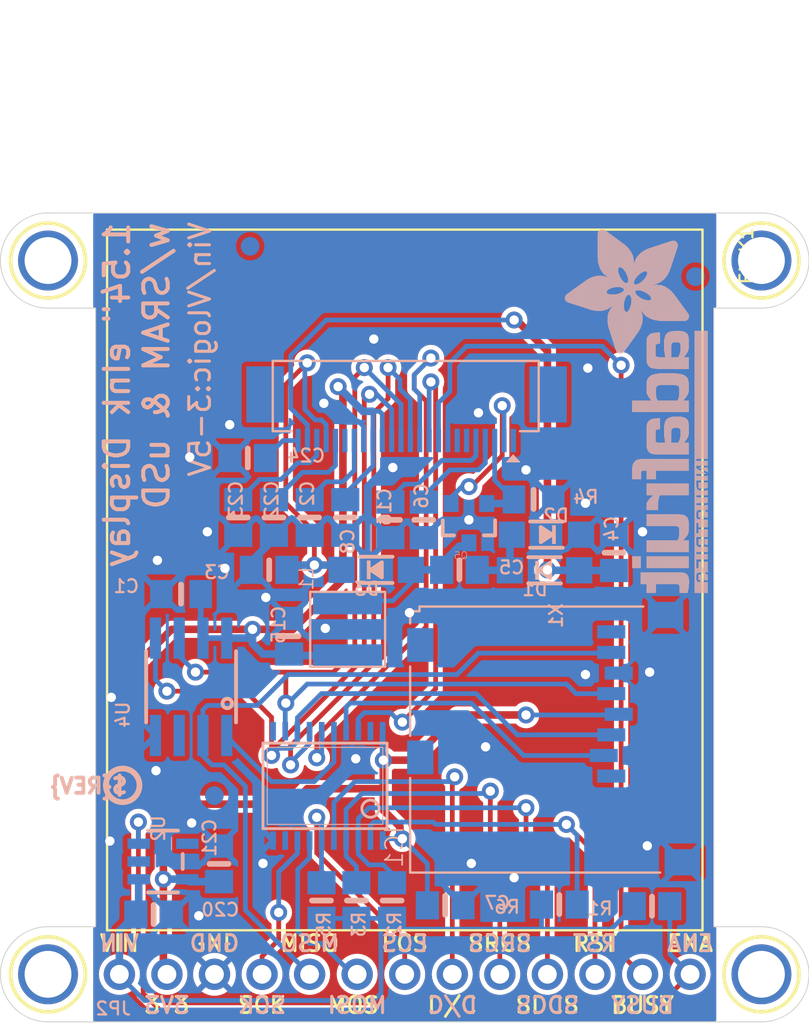
<source format=kicad_pcb>
(kicad_pcb (version 20221018) (generator pcbnew)
  (layers (0 "F.Cu" signal) (31 "B.Cu" signal) (34 "B.Paste" user) (35 "F.Paste" user) (36 "B.SilkS" user "B.Silkscreen") (37 "F.SilkS" user "F.Silkscreen") (38 "B.Mask" user) (39 "F.Mask" user) (44 "Edge.Cuts" user))
  (net 0 "")
  (net 1 "GND")
  (net 2 "3.3V")
  (net 3 "VGH")
  (net 4 "VGL")
  (net 5 "VIN")
  (net 6 "SCLK_3V")
  (net 7 "MOSI_3V")
  (net 8 "DISPCS_3V")
  (net 9 "SRAMCS_3V")
  (net 10 "RESET_3V")
  (net 11 "MISO")
  (net 12 "BUSY")
  (net 13 "RESET")
  (net 14 "SCLK")
  (net 15 "DISPCS")
  (net 16 "SRAMCS")
  (net 17 "SDCS_3V")
  (net 18 "SDCS")
  (net 19 "GDR")
  (net 20 "RESE")
  (net 21 "N$4")
  (net 22 "N$5")
  (net 23 "N$6")
  (net 24 "N$27")
  (net 25 "N$33")
  (net 26 "DC_3V")
  (net 27 "N$2")
  (net 28 "N$3")
  (net 29 "DC")
  (net 30 "MOSI")
  (net 31 "TSCL")
  (net 32 "TSDA")
  (net 33 "ENABLE")
  (net 34 "N$9")
  (footprint "working:EINK_154IN" (layer "F.Cu") (at 162.3041 92.0026 -90)
    (fp_text reference "EINK1")
    (fp_text value "EINK_EPD0231EINK_154IN_200X200")
  )
  (footprint "working:MOUNTINGHOLE_2.5_PLATED" (layer "F.Cu") (at 167.5511 124.0536)
    (fp_text reference "U$4" hide)
    (fp_text value "MOUNTINGHOLE2.5" hide)
  )
  (footprint "working:MOUNTINGHOLE_2.5_PLATED" (layer "F.Cu") (at 129.4511 124.0536)
    (fp_text reference "U$3" hide)
    (fp_text value "MOUNTINGHOLE2.5" hide)
  )
  (footprint "working:MOUNTINGHOLE_2.5_PLATED" (layer "F.Cu") (at 167.5511 85.9536)
    (fp_text reference "U$6" hide)
    (fp_text value "MOUNTINGHOLE2.5" hide)
  )
  (footprint "working:MOUNTINGHOLE_2.5_PLATED" (layer "F.Cu") (at 129.4511 85.9536)
    (fp_text reference "U$5" hide)
    (fp_text value "MOUNTINGHOLE2.5" hide)
  )
  (footprint "working:SOD-123" (layer "B.Cu") (at 146.9771 102.4636)
    (fp_text reference "D3")
    (fp_text value "MBR0530")
  )
  (footprint "working:0805-NO" (layer "B.Cu") (at 159.6771 101.5492 90)
    (fp_text reference "C4")
    (fp_text value "1uF/25V")
  )
  (footprint "working:FIDUCIAL_1MM" (layer "B.Cu") (at 140.2461 85.1916 180)
    (fp_text reference "FID3" hide)
    (fp_text value "FIDUCIAL_1MM" hide)
  )
  (footprint "working:0805-NO" (layer "B.Cu") (at 140.1191 96.4946)
    (fp_text reference "C24")
    (fp_text value "1uF/6V")
  )
  (footprint "working:TSSOP20" (layer "B.Cu") (at 144.2447 113.9952 180)
    (fp_text reference "IC1")
    (fp_text value "74LVC245PW")
  )
  (footprint "working:1X13_ROUND_70" (layer "B.Cu") (at 148.5011 124.0536)
    (fp_text reference "JP2")
    (fp_text value "")
  )
  (footprint "working:ADAFRUIT_TEXT_20MM" (layer "B.Cu") (at 164.6751 84.1286 -90)
    (fp_text reference "U$28" hide)
    (fp_text value "" hide)
  )
  (footprint "working:0805-NO" (layer "B.Cu") (at 145.9211 120.1166 -90)
    (fp_text reference "R3")
    (fp_text value "100K")
  )
  (footprint "working:0805-NO" (layer "B.Cu") (at 141.2621 102.4636 180)
    (fp_text reference "C3")
    (fp_text value "1uF/25V")
  )
  (footprint "working:SOT23-5" (layer "B.Cu") (at 135.5931 118.0326 90)
    (fp_text reference "U2")
    (fp_text value "MIC5225-3.3")
  )
  (footprint "working:0805-NO" (layer "B.Cu") (at 141.5161 99.6696 90)
    (fp_text reference "C22")
    (fp_text value "1uF/25V")
  )
  (footprint "working:INDUCTOR_4X4MM_NR401" (layer "B.Cu") (at 145.4531 105.6386 -90)
    (fp_text reference "L1")
    (fp_text value "10uH")
  )
  (footprint "working:0805-NO" (layer "B.Cu") (at 149.5171 99.7966 90)
    (fp_text reference "C6")
    (fp_text value "1uF/10V")
  )
  (footprint "working:0805_10MGAP" (layer "B.Cu") (at 155.3845 98.7044)
    (fp_text reference "R4")
    (fp_text value "0.47ohm")
  )
  (footprint "working:0805-NO" (layer "B.Cu") (at 147.7391 99.7966 90)
    (fp_text reference "C16")
    (fp_text value "1uF/25V")
  )
  (footprint "working:0805-NO" (layer "B.Cu") (at 147.8261 120.1166 -90)
    (fp_text reference "R2")
    (fp_text value "100K")
  )
  (footprint "working:0805-NO" (layer "B.Cu") (at 156.7561 120.3306 180)
    (fp_text reference "R6")
    (fp_text value "100K")
  )
  (footprint "working:0805-NO" (layer "B.Cu") (at 144.0561 120.1166 -90)
    (fp_text reference "R5")
    (fp_text value "100K")
  )
  (footprint "working:0805-NO" (layer "B.Cu") (at 151.4221 102.4636)
    (fp_text reference "C5")
    (fp_text value "4.7uF/25V")
  )
  (footprint "working:PCBFEAT-REV-040" (layer "B.Cu") (at 133.4371 113.9676 180)
    (fp_text reference "U$9" hide)
    (fp_text value "" hide)
  )
  (footprint "working:0805-NO" (layer "B.Cu") (at 142.3249 106.0078 -90)
    (fp_text reference "C15")
    (fp_text value "10uF/10V+")
  )
  (footprint "working:0805-NO" (layer "B.Cu") (at 143.4211 99.6696 90)
    (fp_text reference "C2")
    (fp_text value "1uF/10V")
  )
  (footprint "working:0805-NO" (layer "B.Cu") (at 139.6111 99.6696 90)
    (fp_text reference "C23")
    (fp_text value "1uF/25V")
  )
  (footprint "working:0805-NO" (layer "B.Cu") (at 161.7091 120.4176 180)
    (fp_text reference "R1")
    (fp_text value "100K")
  )
  (footprint "working:0805_10MGAP" (layer "B.Cu") (at 136.5539 103.7602 180)
    (fp_text reference "C1")
    (fp_text value "1uF")
  )
  (footprint "working:SOT23-3" (layer "B.Cu") (at 151.9301 99.9236)
    (fp_text reference "Q5")
    (fp_text value "IRLML0100")
  )
  (footprint "working:SOD-123" (layer "B.Cu") (at 156.0703 100.584 180)
    (fp_text reference "D2")
    (fp_text value "MBR0530")
  )
  (footprint "working:MICROSD" (layer "B.Cu") (at 148.8911 104.4732 -90)
    (fp_text reference "X1")
    (fp_text value "MICROSD")
  )
  (footprint "working:FIDUCIAL_1MM" (layer "B.Cu") (at 164.0271 86.8106 180)
    (fp_text reference "FID1" hide)
    (fp_text value "FIDUCIAL_1MM" hide)
  )
  (footprint "working:0805-NO" (layer "B.Cu") (at 145.3261 99.6696 -90)
    (fp_text reference "C8")
    (fp_text value "1uF")
  )
  (footprint "working:SOD-123" (layer "B.Cu") (at 155.9687 102.489)
    (fp_text reference "D1")
    (fp_text value "MBR0530")
  )
  (footprint "working:0805-NO" (layer "B.Cu") (at 150.6601 120.3706)
    (fp_text reference "C7")
    (fp_text value "1uF")
  )
  (footprint "working:FIDUCIAL_1MM" (layer "B.Cu") (at 138.3321 114.5166 90)
    (fp_text reference "FID2" hide)
    (fp_text value "FIDUCIAL_1MM" hide)
  )
  (footprint "working:0805-NO" (layer "B.Cu") (at 135.0911 120.8616)
    (fp_text reference "C20")
    (fp_text value "10µF")
  )
  (footprint "working:SOIC8_150MIL" (layer "B.Cu") (at 137.0921 108.7066 180)
    (fp_text reference "U4")
    (fp_text value "23K640-I/SN")
  )
  (footprint "working:0805-NO" (layer "B.Cu") (at 138.5851 118.1596 90)
    (fp_text reference "C21")
    (fp_text value "10µF")
  )
  (gr_line (start 167.5511 126.5936) (end 129.4511 126.5936) (stroke (width 0.05)) (layer "Edge.Cuts"))
  (gr_arc (start 170.0911 124.0536) (mid 169.347151 125.849651) (end 167.5511 126.5936) (stroke (width 0.05)) (layer "Edge.Cuts"))
  (gr_line (start 167.5511 121.5136) (end 165.0111 121.5136) (stroke (width 0.05)) (layer "Edge.Cuts"))
  (gr_arc (start 126.911101 124.053601) (mid 127.655049 122.257549) (end 129.4511 121.5136) (stroke (width 0.05)) (layer "Edge.Cuts"))
  (gr_arc (start 167.5511 121.5136) (mid 169.347151 122.257549) (end 170.0911 124.0536) (stroke (width 0.05)) (layer "Edge.Cuts"))
  (gr_line (start 129.4511 83.4136) (end 167.5511 83.4136) (stroke (width 0.05)) (layer "Edge.Cuts"))
  (gr_line (start 165.0111 121.5136) (end 165.0111 88.4936) (stroke (width 0.05)) (layer "Edge.Cuts"))
  (gr_line (start 167.5511 88.4936) (end 165.0111 88.4936) (stroke (width 0.05)) (layer "Edge.Cuts"))
  (gr_line (start 131.9911 121.5136) (end 129.4511 121.5136) (stroke (width 0.05)) (layer "Edge.Cuts"))
  (gr_arc (start 126.9111 85.9536) (mid 127.655049 84.157548) (end 129.451101 83.413599) (stroke (width 0.05)) (layer "Edge.Cuts"))
  (gr_arc (start 170.0911 85.9536) (mid 169.347151 87.749651) (end 167.5511 88.4936) (stroke (width 0.05)) (layer "Edge.Cuts"))
  (gr_arc (start 167.5511 83.4136) (mid 169.347151 84.157549) (end 170.0911 85.9536) (stroke (width 0.05)) (layer "Edge.Cuts"))
  (gr_line (start 131.9911 88.4936) (end 129.4511 88.4936) (stroke (width 0.05)) (layer "Edge.Cuts"))
  (gr_arc (start 129.4511 126.5936) (mid 127.655049 125.849651) (end 126.911101 124.053599) (stroke (width 0.05)) (layer "Edge.Cuts"))
  (gr_line (start 131.9911 88.4936) (end 131.9911 121.5136) (stroke (width 0.05)) (layer "Edge.Cuts"))
  (gr_arc (start 129.4511 88.4936) (mid 127.655049 87.749651) (end 126.911101 85.953599) (stroke (width 0.05)) (layer "Edge.Cuts"))
  (gr_text "MISO" (at 143.4211 122.4026) (layer "B.SilkS") (effects (font (size 0.8636 0.8636) (thickness 0.1524)) (justify mirror)))
  (gr_text "ECS" (at 148.5011 122.4026) (layer "B.SilkS") (effects (font (size 0.8636 0.8636) (thickness 0.1524)) (justify mirror)))
  (gr_text "MOSI" (at 145.9611 125.7046) (layer "B.SilkS") (effects (font (size 0.8636 0.8636) (thickness 0.1524)) (justify mirror)))
  (gr_text "VIN" (at 133.2611 122.4026) (layer "B.SilkS") (effects (font (size 0.8636 0.8636) (thickness 0.1524)) (justify mirror)))
  (gr_text "RST" (at 158.6611 122.4026) (layer "B.SilkS") (effects (font (size 0.8636 0.8636) (thickness 0.1524)) (justify mirror)))
  (gr_text "1.54\" eInk Display\nw/SRAM & uSD" (at 132.3721 83.7946 -270) (layer "B.SilkS") (effects (font (size 1.31064 1.31064) (thickness 0.21336)) (justify left top mirror)))
  (gr_text "SDCS" (at 156.1211 125.7046) (layer "B.SilkS") (effects (font (size 0.8636 0.8636) (thickness 0.1524)) (justify mirror)))
  (gr_text "SCK" (at 140.8811 125.7046) (layer "B.SilkS") (effects (font (size 0.8636 0.8636) (thickness 0.1524)) (justify mirror)))
  (gr_text "Vin/Vlogic:3-5V" (at 138.2141 83.7946 -270) (layer "B.SilkS") (effects (font (size 1.1049 1.1049) (thickness 0.1651)) (justify left bottom mirror)))
  (gr_text "3V3" (at 135.8011 125.7046) (layer "B.SilkS") (effects (font (size 0.8636 0.8636) (thickness 0.1524)) (justify mirror)))
  (gr_text "SRCS" (at 153.5811 122.4026) (layer "B.SilkS") (effects (font (size 0.8636 0.8636) (thickness 0.1524)) (justify mirror)))
  (gr_text "D/C" (at 151.0411 125.7046) (layer "B.SilkS") (effects (font (size 0.8636 0.8636) (thickness 0.1524)) (justify mirror)))
  (gr_text "ENA" (at 163.7411 122.4026) (layer "B.SilkS") (effects (font (size 0.8636 0.8636) (thickness 0.1524)) (justify mirror)))
  (gr_text "BUSY" (at 161.2011 125.7046) (layer "B.SilkS") (effects (font (size 0.8636 0.8636) (thickness 0.1524)) (justify mirror)))
  (gr_text "GND" (at 138.3411 122.4026) (layer "B.SilkS") (effects (font (size 0.8636 0.8636) (thickness 0.1524)) (justify mirror)))
  (gr_text "MOSI" (at 145.9611 125.7046) (layer "F.SilkS") (effects (font (size 0.8636 0.8636) (thickness 0.1524))))
  (gr_text "SRCS" (at 153.5811 122.4026) (layer "F.SilkS") (effects (font (size 0.8636 0.8636) (thickness 0.1524))))
  (gr_text "SCK" (at 140.8811 125.7046) (layer "F.SilkS") (effects (font (size 0.8636 0.8636) (thickness 0.1524))))
  (gr_text "ENA" (at 163.7411 122.4026) (layer "F.SilkS") (effects (font (size 0.8636 0.8636) (thickness 0.1524))))
  (gr_text "BUSY" (at 161.2011 125.7046) (layer "F.SilkS") (effects (font (size 0.8636 0.8636) (thickness 0.1524))))
  (gr_text "RST" (at 158.6611 122.4026) (layer "F.SilkS") (effects (font (size 0.8636 0.8636) (thickness 0.1524))))
  (gr_text "SDCS" (at 156.1211 125.7046) (layer "F.SilkS") (effects (font (size 0.8636 0.8636) (thickness 0.1524))))
  (gr_text "D/C" (at 151.0411 125.7046) (layer "F.SilkS") (effects (font (size 0.8636 0.8636) (thickness 0.1524))))
  (gr_text "3V3" (at 135.8011 125.7046) (layer "F.SilkS") (effects (font (size 0.8636 0.8636) (thickness 0.1524))))
  (gr_text "GND" (at 138.3411 122.4026) (layer "F.SilkS") (effects (font (size 0.8636 0.8636) (thickness 0.1524))))
  (gr_text "ECS" (at 148.5011 122.4026) (layer "F.SilkS") (effects (font (size 0.8636 0.8636) (thickness 0.1524))))
  (gr_text "MISO" (at 143.4211 122.4026) (layer "F.SilkS") (effects (font (size 0.8636 0.8636) (thickness 0.1524))))
  (gr_text "VIN" (at 133.2611 122.4026) (layer "F.SilkS") (effects (font (size 0.8636 0.8636) (thickness 0.1524))))
  (via (at 158.2801 91.694) (size 0.9064) (drill 0.5) (layers "F.Cu" "B.Cu") (net 1))
  (via (at 135.2169 113.1824) (size 0.9064) (drill 0.5) (layers "F.Cu" "B.Cu") (net 1))
  (via (at 158.1531 108.0516) (size 0.9064) (drill 0.5) (layers "F.Cu" "B.Cu") (net 1))
  (via (at 141.0843 103.9368) (size 0.9064) (drill 0.5) (layers "F.Cu" "B.Cu") (net 1))
  (via (at 140.9319 118.1354) (size 0.9064) (drill 0.5) (layers "F.Cu" "B.Cu") (net 1))
  (via (at 151.9301 99.7966) (size 0.9064) (drill 0.5) (layers "F.Cu" "B.Cu") (net 1))
  (via (at 139.1539 94.7166) (size 0.9064) (drill 0.5) (layers "F.Cu" "B.Cu") (net 1))
  (via (at 144.2593 105.5878) (size 0.9064) (drill 0.5) (layers "F.Cu" "B.Cu") (net 1))
  (via (at 147.8661 97.0026) (size 0.9064) (drill 0.5) (layers "F.Cu" "B.Cu") (net 1))
  (via (at 144.1831 93.5736) (size 0.9064) (drill 0.5) (layers "F.Cu" "B.Cu") (net 1))
  (via (at 132.7531 116.9416) (size 0.9064) (drill 0.5) (layers "F.Cu" "B.Cu") (net 1))
  (via (at 154.3431 118.8974) (size 0.9064) (drill 0.5) (layers "F.Cu" "B.Cu") (net 1))
  (via (at 158.1531 98.9076) (size 0.9064) (drill 0.5) (layers "F.Cu" "B.Cu") (net 1))
  (via (at 148.7551 104.7496) (size 0.9064) (drill 0.5) (layers "F.Cu" "B.Cu") (net 1))
  (via (at 161.2011 100.4316) (size 0.9064) (drill 0.5) (layers "F.Cu" "B.Cu") (net 1))
  (via (at 161.4551 117.1956) (size 0.9064) (drill 0.5) (layers "F.Cu" "B.Cu") (net 1))
  (via (at 161.5821 107.9246) (size 0.9064) (drill 0.5) (layers "F.Cu" "B.Cu") (net 1))
  (via (at 152.8191 111.9124) (size 0.9064) (drill 0.5) (layers "F.Cu" "B.Cu") (net 1))
  (via (at 137.5029 120.9294) (size 0.9064) (drill 0.5) (layers "F.Cu" "B.Cu") (net 1))
  (via (at 146.8501 90.1446) (size 0.9064) (drill 0.5) (layers "F.Cu" "B.Cu") (net 1))
  (via (at 145.8849 112.5474) (size 0.9064) (drill 0.5) (layers "F.Cu" "B.Cu") (net 1))
  (via (at 138.8999 102.3874) (size 0.9064) (drill 0.5) (layers "F.Cu" "B.Cu") (net 1))
  (via (at 132.8293 109.2708) (size 0.9064) (drill 0.5) (layers "F.Cu" "B.Cu") (net 1))
  (via (at 137.1219 115.9764) (size 0.9064) (drill 0.5) (layers "F.Cu" "B.Cu") (net 1))
  (via (at 137.0203 96.4438) (size 0.9064) (drill 0.5) (layers "F.Cu" "B.Cu") (net 1))
  (via (at 152.4381 94.0816) (size 0.9064) (drill 0.5) (layers "F.Cu" "B.Cu") (net 1))
  (via (at 137.9601 100.4316) (size 0.9064) (drill 0.5) (layers "F.Cu" "B.Cu") (net 1))
  (via (at 152.0571 118.1354) (size 0.9064) (drill 0.5) (layers "F.Cu" "B.Cu") (net 1))
  (via (at 135.2931 101.9556) (size 0.9064) (drill 0.5) (layers "F.Cu" "B.Cu") (net 1))
  (via (at 154.9781 97.1296) (size 0.9064) (drill 0.5) (layers "F.Cu" "B.Cu") (net 1))
  (segment (start 140.3121 102.4636) (end 140.3121 102.0166) (width 0.4064) (layer "B.Cu") (net 1))
  (segment (start 146.3041 94.8056) (end 146.0881 94.5896) (width 0.254) (layer "B.Cu") (net 1))
  (segment (start 144.3101 93.5736) (end 144.1831 93.5736) (width 0.254) (layer "B.Cu") (net 1))
  (segment (start 150.8041 95.5626) (end 150.8041 94.5726) (width 0.254) (layer "B.Cu") (net 1))
  (segment (start 146.3041 95.5626) (end 146.3041 94.8056) (width 0.254) (layer "B.Cu") (net 1))
  (segment (start 150.8041 94.5726) (end 151.1681 94.2086) (width 0.254) (layer "B.Cu") (net 1))
  (segment (start 146.0881 94.5896) (end 145.3261 94.5896) (width 0.254) (layer "B.Cu") (net 1))
  (segment (start 141.1351 101.1936) (end 141.1351 100.8126) (width 0.4064) (layer "B.Cu") (net 1))
  (segment (start 145.3261 94.5896) (end 144.3101 93.5736) (width 0.254) (layer "B.Cu") (net 1))
  (segment (start 140.3121 102.0166) (end 141.1351 101.1936) (width 0.4064) (layer "B.Cu") (net 1))
  (segment (start 148.3741 116.8146) (end 148.2471 116.6876) (width 0.4064) (layer "F.Cu") (net 2))
  (segment (start 134.0231 113.3856) (end 134.0231 107.6706) (width 0.4064) (layer "F.Cu") (net 2))
  (segment (start 135.6106 118.9736) (end 135.6106 114.9731) (width 0.4064) (layer "F.Cu") (net 2))
  (segment (start 135.6106 114.9731) (end 134.0231 113.3856) (width 0.4064) (layer "F.Cu") (net 2))
  (segment (start 135.6106 123.8631) (end 135.6106 118.9736) (width 0.4064) (layer "F.Cu") (net 2))
  (segment (start 151.2951 110.2106) (end 148.8821 112.6236) (width 0.4064) (layer "F.Cu") (net 2))
  (segment (start 134.0231 107.6706) (end 136.0551 105.6386) (width 0.4064) (layer "F.Cu") (net 2))
  (segment (start 142.5321 105.6386) (end 145.1991 102.9716) (width 0.4064) (layer "F.Cu") (net 2))
  (segment (start 148.8821 112.6236) (end 147.3581 112.6236) (width 0.4064) (layer "F.Cu") (net 2))
  (segment (start 140.3731 105.6386) (end 142.5321 105.6386) (width 0.4064) (layer "F.Cu") (net 2))
  (segment (start 148.2471 116.6876) (end 148.2471 116.1796) (width 0.4064) (layer "F.Cu") (net 2))
  (segment (start 151.2951 110.2106) (end 154.9781 110.2106) (width 0.4064) (layer "F.Cu") (net 2))
  (segment (start 136.0551 105.6386) (end 140.3731 105.6386) (width 0.4064) (layer "F.Cu") (net 2))
  (segment (start 143.2941 114.1476) (end 147.3581 114.1476) (width 0.4064) (layer "F.Cu") (net 2))
  (segment (start 145.1991 102.9716) (end 145.1991 92.9386) (width 0.4064) (layer "F.Cu") (net 2))
  (segment (start 147.3581 114.1476) (end 147.3581 112.6236) (width 0.4064) (layer "F.Cu") (net 2))
  (segment (start 148.2471 116.1796) (end 147.3581 115.2906) (width 0.4064) (layer "F.Cu") (net 2))
  (segment (start 147.3581 115.2906) (end 147.3581 114.1476) (width 0.4064) (layer "F.Cu") (net 2))
  (segment (start 142.4686 114.9731) (end 143.2941 114.1476) (width 0.4064) (layer "F.Cu") (net 2))
  (segment (start 135.8011 124.0536) (end 135.6106 123.8631) (width 0.4064) (layer "F.Cu") (net 2))
  (segment (start 145.1991 92.9386) (end 144.9451 92.6846) (width 0.4064) (layer "F.Cu") (net 2))
  (segment (start 135.6106 114.9731) (end 142.4686 114.9731) (width 0.4064) (layer "F.Cu") (net 2))
  (via (at 144.9451 92.6846) (size 0.9064) (drill 0.5) (layers "F.Cu" "B.Cu") (net 2))
  (via (at 148.3741 116.8146) (size 0.9064) (drill 0.5) (layers "F.Cu" "B.Cu") (net 2))
  (via (at 154.9781 110.2106) (size 0.9064) (drill 0.5) (layers "F.Cu" "B.Cu") (net 2))
  (via (at 147.3581 112.6236) (size 0.9064) (drill 0.5) (layers "F.Cu" "B.Cu") (net 2))
  (via (at 135.6106 118.9736) (size 0.9064) (drill 0.5) (layers "F.Cu" "B.Cu") (net 2))
  (via (at 140.3731 105.6386) (size 0.9064) (drill 0.5) (layers "F.Cu" "B.Cu") (net 2))
  (segment (start 147.3041 94.1546) (end 147.1501 94.0006) (width 0.254) (layer "B.Cu") (net 2))
  (segment (start 142.3249 106.9578) (end 140.9303 106.9578) (width 0.4064) (layer "B.Cu") (net 2))
  (segment (start 137.0202 119.1096) (end 136.8932 118.9826) (width 0.4064) (layer "B.Cu") (net 2))
  (segment (start 146.2611 94.0006) (end 144.9451 92.6846) (width 0.4064) (layer "B.Cu") (net 2))
  (segment (start 159.9311 110.2106) (end 154.9781 110.2106) (width 0.254) (layer "B.Cu") (net 2))
  (segment (start 147.1501 94.0006) (end 146.8041 94.0006) (width 0.254) (layer "B.Cu") (net 2))
  (segment (start 138.5851 119.1096) (end 137.0202 119.1096) (width 0.4064) (layer "B.Cu") (net 2))
  (segment (start 147.3041 94.1546) (end 147.3041 95.5626) (width 0.254) (layer "B.Cu") (net 2))
  (segment (start 147.3197 116.913) (end 147.4181 116.8146) (width 0.254) (layer "B.Cu") (net 2))
  (segment (start 140.3731 106.4006) (end 140.3731 106.1466) (width 0.4064) (layer "B.Cu") (net 2))
  (segment (start 144.9451 92.6496) (end 144.9451 92.6846) (width 0.4064) (layer "B.Cu") (net 2))
  (segment (start 159.9311 110.1732) (end 159.9311 110.2106) (width 0.254) (layer "B.Cu") (net 2))
  (segment (start 149.7101 118.1506) (end 148.3741 116.8146) (width 0.254) (layer "B.Cu") (net 2))
  (segment (start 147.4181 116.8146) (end 148.3741 116.8146) (width 0.254) (layer "B.Cu") (net 2))
  (segment (start 146.8041 96.9216) (end 145.3261 98.3996) (width 0.254) (layer "B.Cu") (net 2))
  (segment (start 149.7101 120.3706) (end 149.7101 118.1506) (width 0.254) (layer "B.Cu") (net 2))
  (segment (start 138.9971 106.1066) (end 140.3331 106.1066) (width 0.4064) (layer "B.Cu") (net 2))
  (segment (start 136.8932 118.9826) (end 136.8842 118.9736) (width 0.4064) (layer "B.Cu") (net 2))
  (segment (start 146.8041 94.0006) (end 146.2611 94.0006) (width 0.4064) (layer "B.Cu") (net 2))
  (segment (start 145.3261 98.3996) (end 145.3261 98.7196) (width 0.254) (layer "B.Cu") (net 2))
  (segment (start 137.6039 105.9834) (end 137.6039 103.7602) (width 0.3048) (layer "B.Cu") (net 2))
  (segment (start 146.8041 95.5626) (end 146.8041 94.0006) (width 0.254) (layer "B.Cu") (net 2))
  (segment (start 138.9971 106.1066) (end 137.7271 106.1066) (width 0.3048) (layer "B.Cu") (net 2))
  (segment (start 147.3197 111.0774) (end 147.3197 112.6236) (width 0.3048) (layer "B.Cu") (net 2))
  (segment (start 147.3197 112.6236) (end 147.3581 112.6236) (width 0.3048) (layer "B.Cu") (net 2))
  (segment (start 140.3731 106.1466) (end 140.3731 105.6386) (width 0.4064) (layer "B.Cu") (net 2))
  (segment (start 146.8041 95.5626) (end 146.8041 96.9216) (width 0.254) (layer "B.Cu") (net 2))
  (segment (start 145.4531 107.0386) (end 142.4057 107.0386) (width 0.4064) (layer "B.Cu") (net 2))
  (segment (start 142.4057 107.0386) (end 142.3249 106.9578) (width 0.4064) (layer "B.Cu") (net 2))
  (segment (start 137.7271 106.1066) (end 137.6039 105.9834) (width 0.3048) (layer "B.Cu") (net 2))
  (segment (start 136.8842 118.9736) (end 135.6106 118.9736) (width 0.4064) (layer "B.Cu") (net 2))
  (segment (start 140.3331 106.1066) (end 140.3731 106.1466) (width 0.4064) (layer "B.Cu") (net 2))
  (segment (start 140.9303 106.9578) (end 140.3731 106.4006) (width 0.4064) (layer "B.Cu") (net 2))
  (segment (start 142.1511 92.5576) (end 143.2941 91.4146) (width 0.254) (layer "F.Cu") (net 3))
  (segment (start 143.6751 100.4316) (end 142.1511 98.9076) (width 0.254) (layer "F.Cu") (net 3))
  (segment (start 142.1511 98.9076) (end 142.1511 92.5576) (width 0.254) (layer "F.Cu") (net 3))
  (segment (start 143.6751 102.2096) (end 143.6751 100.4316) (width 0.254) (layer "F.Cu") (net 3))
  (via (at 143.2941 91.4146) (size 0.9064) (drill 0.5) (layers "F.Cu" "B.Cu") (net 3))
  (via (at 143.6751 102.2096) (size 0.9064) (drill 0.5) (layers "F.Cu" "B.Cu") (net 3))
  (segment (start 142.4051 102.3366) (end 142.5321 102.2096) (width 0.4064) (layer "B.Cu") (net 3))
  (segment (start 143.2941 91.6686) (end 143.2941 91.4146) (width 0.254) (layer "B.Cu") (net 3))
  (segment (start 143.7259 94.4626) (end 143.1671 93.9038) (width 0.254) (layer "B.Cu") (net 3))
  (segment (start 144.3041 94.7106) (end 144.0561 94.4626) (width 0.254) (layer "B.Cu") (net 3))
  (segment (start 144.0561 94.4626) (end 143.7259 94.4626) (width 0.254) (layer "B.Cu") (net 3))
  (segment (start 144.5641 102.2096) (end 143.6751 102.2096) (width 0.4064) (layer "B.Cu") (net 3))
  (segment (start 144.3041 95.5626) (end 144.3041 94.7106) (width 0.254) (layer "B.Cu") (net 3))
  (segment (start 145.1271 102.4636) (end 144.8181 102.4636) (width 0.4064) (layer "B.Cu") (net 3))
  (segment (start 142.2121 102.3366) (end 142.4051 102.3366) (width 0.4064) (layer "B.Cu") (net 3))
  (segment (start 143.1671 93.9038) (end 143.1671 91.7956) (width 0.254) (layer "B.Cu") (net 3))
  (segment (start 143.1671 91.7956) (end 143.2941 91.6686) (width 0.254) (layer "B.Cu") (net 3))
  (segment (start 142.2121 102.4636) (end 142.2121 102.3366) (width 0.4064) (layer "B.Cu") (net 3))
  (segment (start 144.8181 102.4636) (end 144.5641 102.2096) (width 0.4064) (layer "B.Cu") (net 3))
  (segment (start 142.5321 102.2096) (end 143.6751 102.2096) (width 0.4064) (layer "B.Cu") (net 3))
  (segment (start 156.1211 90.7796) (end 154.4701 89.1286) (width 0.4064) (layer "F.Cu") (net 4))
  (segment (start 156.1211 102.4636) (end 156.1211 90.7796) (width 0.4064) (layer "F.Cu") (net 4))
  (segment (start 154.3431 89.1286) (end 154.4701 89.1286) (width 0.254) (layer "F.Cu") (net 4))
  (via (at 154.3431 89.1286) (size 0.9064) (drill 0.5) (layers "F.Cu" "B.Cu") (net 4))
  (via (at 156.1211 102.4636) (size 0.9064) (drill 0.5) (layers "F.Cu" "B.Cu") (net 4))
  (segment (start 142.4151 91.0236) (end 144.3101 89.1286) (width 0.254) (layer "B.Cu") (net 4))
  (segment (start 143.3041 95.5626) (end 143.3041 94.7266) (width 0.254) (layer "B.Cu") (net 4))
  (segment (start 142.4151 93.8376) (end 142.4151 91.0236) (width 0.254) (layer "B.Cu") (net 4))
  (segment (start 144.3101 89.1286) (end 154.3431 89.1286) (width 0.254) (layer "B.Cu") (net 4))
  (segment (start 156.1465 102.489) (end 156.1211 102.4636) (width 0.4064) (layer "B.Cu") (net 4))
  (segment (start 143.3041 94.7266) (end 142.4151 93.8376) (width 0.254) (layer "B.Cu") (net 4))
  (segment (start 157.8187 102.489) (end 156.1465 102.489) (width 0.4064) (layer "B.Cu") (net 4))
  (segment (start 159.6771 102.4992) (end 157.8289 102.4992) (width 0.4064) (layer "B.Cu") (net 4))
  (segment (start 157.8289 102.4992) (end 157.8187 102.489) (width 0.4064) (layer "B.Cu") (net 4))
  (segment (start 147.8261 121.6406) (end 147.8261 121.0666) (width 0.254) (layer "B.Cu") (net 5))
  (segment (start 134.5946 125.4506) (end 133.2611 124.1171) (width 0.254) (layer "B.Cu") (net 5))
  (segment (start 147.2311 125.0696) (end 147.2311 121.1936) (width 0.254) (layer "B.Cu") (net 5))
  (segment (start 145.9211 121.0666) (end 144.0561 121.0666) (width 0.254) (layer "B.Cu") (net 5))
  (segment (start 134.293 120.7097) (end 134.1411 120.8616) (width 0.4064) (layer "B.Cu") (net 5))
  (segment (start 147.1041 121.0666) (end 145.9211 121.0666) (width 0.254) (layer "B.Cu") (net 5))
  (segment (start 147.2311 121.1936) (end 147.1041 121.0666) (width 0.254) (layer "B.Cu") (net 5))
  (segment (start 133.2611 124.0536) (end 133.2611 121.7416) (width 0.4064) (layer "B.Cu") (net 5))
  (segment (start 159.5361 121.6406) (end 160.7591 120.4176) (width 0.254) (layer "B.Cu") (net 5))
  (segment (start 155.8061 120.3306) (end 155.8061 121.6406) (width 0.254) (layer "B.Cu") (net 5))
  (segment (start 133.2611 121.7416) (end 134.1411 120.8616) (width 0.4064) (layer "B.Cu") (net 5))
  (segment (start 159.5361 121.6406) (end 155.8061 121.6406) (width 0.254) (layer "B.Cu") (net 5))
  (segment (start 133.2611 124.1171) (end 133.2611 124.0536) (width 0.254) (layer "B.Cu") (net 5))
  (segment (start 134.293 118.9826) (end 134.293 120.7097) (width 0.4064) (layer "B.Cu") (net 5))
  (segment (start 147.8261 121.0666) (end 147.1041 121.0666) (width 0.254) (layer "B.Cu") (net 5))
  (segment (start 155.8061 121.6406) (end 147.8261 121.6406) (width 0.254) (layer "B.Cu") (net 5))
  (segment (start 146.8501 125.4506) (end 134.5946 125.4506) (width 0.254) (layer "B.Cu") (net 5))
  (segment (start 146.8501 125.4506) (end 147.2311 125.0696) (width 0.254) (layer "B.Cu") (net 5))
  (segment (start 142.1511 109.5756) (end 142.1511 107.9246) (width 0.254) (layer "F.Cu") (net 6))
  (segment (start 145.8341 92.1766) (end 146.3421 91.6686) (width 0.254) (layer "F.Cu") (net 6))
  (segment (start 144.6911 107.9246) (end 142.1511 107.9246) (width 0.254) (layer "F.Cu") (net 6))
  (segment (start 142.1511 107.9246) (end 137.3251 107.9246) (width 0.254) (layer "F.Cu") (net 6))
  (segment (start 145.8341 106.7816) (end 145.8341 92.1766) (width 0.254) (layer "F.Cu") (net 6))
  (segment (start 144.6911 107.9246) (end 145.8341 106.7816) (width 0.254) (layer "F.Cu") (net 6))
  (via (at 137.3251 107.9246) (size 0.9064) (drill 0.5) (layers "F.Cu" "B.Cu") (net 6))
  (via (at 146.3421 91.6686) (size 0.9064) (drill 0.5) (layers "F.Cu" "B.Cu") (net 6))
  (via (at 142.1511 109.5756) (size 0.9064) (drill 0.5) (layers "F.Cu" "B.Cu") (net 6))
  (segment (start 142.1197 109.734) (end 142.1197 109.607) (width 0.254) (layer "B.Cu") (net 6))
  (segment (start 143.2941 108.5596) (end 157.1371 108.5596) (width 0.254) (layer "B.Cu") (net 6))
  (segment (start 148.3041 93.6306) (end 148.3041 95.5626) (width 0.254) (layer "B.Cu") (net 6))
  (segment (start 146.3421 91.6686) (end 148.3041 93.6306) (width 0.254) (layer "B.Cu") (net 6))
  (segment (start 142.1197 111.0774) (end 142.1197 109.734) (width 0.254) (layer "B.Cu") (net 6))
  (segment (start 142.1197 109.734) (end 143.2941 108.5596) (width 0.254) (layer "B.Cu") (net 6))
  (segment (start 142.1197 109.607) (end 142.1511 109.5756) (width 0.254) (layer "B.Cu") (net 6))
  (segment (start 157.1371 108.5596) (end 157.6507 109.0732) (width 0.254) (layer "B.Cu") (net 6))
  (segment (start 157.6507 109.0732) (end 159.5311 109.0732) (width 0.254) (layer "B.Cu") (net 6))
  (segment (start 137.3251 107.9246) (end 136.4571 107.0566) (width 0.254) (layer "B.Cu") (net 6))
  (segment (start 136.4571 107.0566) (end 136.4571 106.1066) (width 0.254) (layer "B.Cu") (net 6))
  (segment (start 135.8011 108.9406) (end 139.9921 108.9406) (width 0.254) (layer "F.Cu") (net 7))
  (segment (start 146.3421 107.1626) (end 146.3421 93.3704) (width 0.254) (layer "F.Cu") (net 7))
  (segment (start 146.3421 93.3704) (end 146.6215 93.091) (width 0.254) (layer "F.Cu") (net 7))
  (segment (start 141.3891 110.3376) (end 141.3891 112.1156) (width 0.254) (layer "F.Cu") (net 7))
  (segment (start 141.3891 112.1156) (end 141.3891 112.3696) (width 0.254) (layer "F.Cu") (net 7))
  (segment (start 139.9921 108.9406) (end 141.3891 110.3376) (width 0.254) (layer "F.Cu") (net 7))
  (segment (start 146.3421 107.1626) (end 141.3891 112.1156) (width 0.254) (layer "F.Cu") (net 7))
  (via (at 135.8011 108.9406) (size 0.9064) (drill 0.5) (layers "F.Cu" "B.Cu") (net 7))
  (via (at 146.6215 93.091) (size 0.9064) (drill 0.5) (layers "F.Cu" "B.Cu") (net 7))
  (via (at 141.3891 112.3696) (size 0.9064) (drill 0.5) (layers "F.Cu" "B.Cu") (net 7))
  (segment (start 159.5311 111.2732) (end 154.5167 111.2732) (width 0.254) (layer "B.Cu") (net 7))
  (segment (start 142.4051 111.9886) (end 141.7701 111.9886) (width 0.254) (layer "B.Cu") (net 7))
  (segment (start 147.8041 93.8926) (end 147.8041 95.5626) (width 0.254) (layer "B.Cu") (net 7))
  (segment (start 147.0025 93.091) (end 146.6215 93.091) (width 0.254) (layer "B.Cu") (net 7))
  (segment (start 142.7697 111.0774) (end 142.7697 110.354) (width 0.254) (layer "B.Cu") (net 7))
  (segment (start 152.3111 109.0676) (end 144.0561 109.0676) (width 0.254) (layer "B.Cu") (net 7))
  (segment (start 135.1871 106.1066) (end 135.1871 108.3266) (width 0.254) (layer "B.Cu") (net 7))
  (segment (start 142.7697 111.624) (end 142.4051 111.9886) (width 0.254) (layer "B.Cu") (net 7))
  (segment (start 147.8041 93.8926) (end 147.0025 93.091) (width 0.254) (layer "B.Cu") (net 7))
  (segment (start 144.0561 109.0676) (end 142.7697 110.354) (width 0.254) (layer "B.Cu") (net 7))
  (segment (start 135.1871 108.3266) (end 135.8011 108.9406) (width 0.254) (layer "B.Cu") (net 7))
  (segment (start 141.7701 111.9886) (end 141.3891 112.3696) (width 0.254) (layer "B.Cu") (net 7))
  (segment (start 142.7697 111.0774) (end 142.7697 111.624) (width 0.254) (layer "B.Cu") (net 7))
  (segment (start 154.5167 111.2732) (end 152.3111 109.0676) (width 0.254) (layer "B.Cu") (net 7))
  (segment (start 142.4051 111.8616) (end 142.4051 112.8776) (width 0.254) (layer "F.Cu") (net 8))
  (segment (start 146.8501 107.4166) (end 142.4051 111.8616) (width 0.254) (layer "F.Cu") (net 8))
  (segment (start 147.6121 91.6686) (end 147.6121 93.3196) (width 0.254) (layer "F.Cu") (net 8))
  (segment (start 147.6121 93.3196) (end 146.8501 94.0816) (width 0.254) (layer "F.Cu") (net 8))
  (segment (start 146.8501 94.0816) (end 146.8501 107.4166) (width 0.254) (layer "F.Cu") (net 8))
  (via (at 147.6121 91.6686) (size 0.9064) (drill 0.5) (layers "F.Cu" "B.Cu") (net 8))
  (via (at 142.4051 112.8776) (size 0.9064) (drill 0.5) (layers "F.Cu" "B.Cu") (net 8))
  (segment (start 148.2471 92.8116) (end 148.2471 92.3036) (width 0.254) (layer "B.Cu") (net 8))
  (segment (start 142.4051 112.7506) (end 143.4197 111.736) (width 0.254) (layer "B.Cu") (net 8))
  (segment (start 148.8041 93.3686) (end 148.2471 92.8116) (width 0.254) (layer "B.Cu") (net 8))
  (segment (start 147.9151 91.9716) (end 147.6121 91.6686) (width 0.254) (layer "B.Cu") (net 8))
  (segment (start 142.4051 112.8776) (end 142.4051 112.7506) (width 0.254) (layer "B.Cu") (net 8))
  (segment (start 148.8041 95.5626) (end 148.8041 93.3686) (width 0.254) (layer "B.Cu") (net 8))
  (segment (start 143.4197 111.736) (end 143.4197 111.0774) (width 0.254) (layer "B.Cu") (net 8))
  (segment (start 148.2471 92.3036) (end 147.6121 91.6686) (width 0.254) (layer "B.Cu") (net 8))
  (segment (start 138.9761 111.3276) (end 138.9971 111.3066) (width 0.254) (layer "B.Cu") (net 9))
  (segment (start 144.7197 112.722) (end 143.6751 113.7666) (width 0.254) (layer "B.Cu") (net 9))
  (segment (start 141.3891 113.7666) (end 138.9291 111.3066) (width 0.254) (layer "B.Cu") (net 9))
  (segment (start 143.6751 113.7666) (end 141.3891 113.7666) (width 0.254) (layer "B.Cu") (net 9))
  (segment (start 138.9291 111.3066) (end 138.9971 111.3066) (width 0.254) (layer "B.Cu") (net 9))
  (segment (start 144.7197 111.0774) (end 144.7197 112.722) (width 0.254) (layer "B.Cu") (net 9))
  (segment (start 150.1521 92.6846) (end 149.8981 92.4306) (width 0.254) (layer "F.Cu") (net 10))
  (segment (start 150.1521 108.8136) (end 150.1521 92.6846) (width 0.254) (layer "F.Cu") (net 10))
  (segment (start 148.3741 110.5916) (end 150.1521 108.8136) (width 0.254) (layer "F.Cu") (net 10))
  (via (at 148.3741 110.5916) (size 0.9064) (drill 0.5) (layers "F.Cu" "B.Cu") (net 10))
  (via (at 149.8981 92.4306) (size 0.9064) (drill 0.5) (layers "F.Cu" "B.Cu") (net 10))
  (segment (start 148.2471 110.5916) (end 148.3741 110.5916) (width 0.254) (layer "B.Cu") (net 10))
  (segment (start 147.7391 110.0836) (end 148.2471 110.5916) (width 0.254) (layer "B.Cu") (net 10))
  (segment (start 146.0197 111.0774) (end 146.0197 110.406) (width 0.254) (layer "B.Cu") (net 10))
  (segment (start 146.0197 110.406) (end 146.3421 110.0836) (width 0.254) (layer "B.Cu") (net 10))
  (segment (start 146.3421 110.0836) (end 147.7391 110.0836) (width 0.254) (layer "B.Cu") (net 10))
  (segment (start 149.8041 95.5626) (end 149.8041 92.5246) (width 0.254) (layer "B.Cu") (net 10))
  (segment (start 149.8981 92.4306) (end 149.8041 92.5246) (width 0.254) (layer "B.Cu") (net 10))
  (segment (start 142.2781 108.0516) (end 140.6271 109.7026) (width 0.254) (layer "B.Cu") (net 11))
  (segment (start 137.7061 112.3696) (end 137.7271 112.3189) (width 0.254) (layer "B.Cu") (net 11))
  (segment (start 139.9921 114.0206) (end 139.9921 120.6246) (width 0.254) (layer "B.Cu") (net 11))
  (segment (start 138.8491 112.8776) (end 138.2141 112.8776) (width 0.254) (layer "B.Cu") (net 11))
  (segment (start 137.7271 110.0073) (end 137.7271 111.3066) (width 0.254) (layer "B.Cu") (net 11))
  (segment (start 138.2141 112.8776) (end 137.7061 112.3696) (width 0.254) (layer "B.Cu") (net 11))
  (segment (start 151.2951 108.0516) (end 152.4381 106.9086) (width 0.254) (layer "B.Cu") (net 11))
  (segment (start 158.7881 106.9086) (end 158.8235 106.8732) (width 0.254) (layer "B.Cu") (net 11))
  (segment (start 142.2781 108.0516) (end 151.2951 108.0516) (width 0.254) (layer "B.Cu") (net 11))
  (segment (start 139.9921 114.0206) (end 138.8491 112.8776) (width 0.254) (layer "B.Cu") (net 11))
  (segment (start 137.7061 109.956599) (end 137.7271 110.0073) (width 0.254) (layer "B.Cu") (net 11))
  (segment (start 137.7271 112.3189) (end 137.7271 111.3066) (width 0.254) (layer "B.Cu") (net 11))
  (segment (start 139.9921 120.6246) (end 143.4211 124.0536) (width 0.254) (layer "B.Cu") (net 11))
  (segment (start 137.7061 109.9566) (end 137.7061 109.956599) (width 0.254) (layer "B.Cu") (net 11))
  (segment (start 159.5311 106.8732) (end 158.8235 106.8732) (width 0.254) (layer "B.Cu") (net 11))
  (segment (start 152.4381 106.9086) (end 158.7881 106.9086) (width 0.254) (layer "B.Cu") (net 11))
  (segment (start 140.6271 109.7026) (end 137.9601 109.7026) (width 0.254) (layer "B.Cu") (net 11))
  (segment (start 137.7061 112.3696) (end 137.7061 112.3696) (width 0.254) (layer "B.Cu") (net 11))
  (segment (start 137.9601 109.7026) (end 137.7061 109.9566) (width 0.254) (layer "B.Cu") (net 11))
  (segment (start 161.1376 124.0536) (end 161.2011 124.0536) (width 0.254) (layer "F.Cu") (net 12))
  (segment (start 160.0581 122.9741) (end 161.1376 124.0536) (width 0.254) (layer "F.Cu") (net 12))
  (segment (start 160.0581 91.5416) (end 160.0581 122.9741) (width 0.254) (layer "F.Cu") (net 12))
  (via (at 160.0581 91.5416) (size 0.9064) (drill 0.5) (layers "F.Cu" "B.Cu") (net 12))
  (segment (start 150.9141 92.9386) (end 150.9141 91.4146) (width 0.254) (layer "B.Cu") (net 12))
  (segment (start 151.8031 90.5256) (end 159.0421 90.5256) (width 0.254) (layer "B.Cu") (net 12))
  (segment (start 150.3041 95.5626) (end 150.3041 93.5486) (width 0.254) (layer "B.Cu") (net 12))
  (segment (start 150.9141 91.4146) (end 151.8031 90.5256) (width 0.254) (layer "B.Cu") (net 12))
  (segment (start 150.3041 93.5486) (end 150.9141 92.9386) (width 0.254) (layer "B.Cu") (net 12))
  (segment (start 159.0421 90.5256) (end 160.0581 91.5416) (width 0.254) (layer "B.Cu") (net 12))
  (segment (start 158.6611 117.5766) (end 158.6611 124.0536) (width 0.254) (layer "F.Cu") (net 13))
  (segment (start 157.1371 116.0526) (end 158.6611 117.5766) (width 0.254) (layer "F.Cu") (net 13))
  (via (at 157.1371 116.0526) (size 0.9064) (drill 0.5) (layers "F.Cu" "B.Cu") (net 13))
  (segment (start 150.0251 115.9256) (end 150.1521 116.0526) (width 0.254) (layer "B.Cu") (net 13))
  (segment (start 146.8501 115.9256) (end 150.0251 115.9256) (width 0.254) (layer "B.Cu") (net 13))
  (segment (start 146.6697 116.106) (end 146.8501 115.9256) (width 0.254) (layer "B.Cu") (net 13))
  (segment (start 150.1521 116.0526) (end 157.1371 116.0526) (width 0.254) (layer "B.Cu") (net 13))
  (segment (start 157.7061 116.6216) (end 157.1371 116.0526) (width 0.254) (layer "B.Cu") (net 13))
  (segment (start 157.7061 120.3306) (end 157.7061 116.6216) (width 0.254) (layer "B.Cu") (net 13))
  (segment (start 146.6697 116.913) (end 146.6697 116.106) (width 0.254) (layer "B.Cu") (net 13))
  (segment (start 141.7701 122.2121) (end 140.8811 123.1011) (width 0.254) (layer "F.Cu") (net 14))
  (segment (start 141.7701 120.7516) (end 141.7701 122.2121) (width 0.254) (layer "F.Cu") (net 14))
  (segment (start 140.8811 123.1011) (end 140.8811 124.0536) (width 0.254) (layer "F.Cu") (net 14))
  (via (at 141.7701 120.7516) (size 0.9064) (drill 0.5) (layers "F.Cu" "B.Cu") (net 14))
  (segment (start 142.7697 116.913) (end 142.7697 117.593) (width 0.254) (layer "B.Cu") (net 14))
  (segment (start 142.7697 117.593) (end 141.7701 118.5926) (width 0.254) (layer "B.Cu") (net 14))
  (segment (start 141.7701 118.5926) (end 141.7701 120.7516) (width 0.254) (layer "B.Cu") (net 14))
  (segment (start 143.8021 115.6716) (end 143.8021 117.5766) (width 0.254) (layer "F.Cu") (net 15))
  (segment (start 143.8021 117.5766) (end 148.5011 122.2756) (width 0.254) (layer "F.Cu") (net 15))
  (segment (start 148.5011 122.2756) (end 148.5011 124.0536) (width 0.254) (layer "F.Cu") (net 15))
  (via (at 143.8021 115.6716) (size 0.9064) (drill 0.5) (layers "F.Cu" "B.Cu") (net 15))
  (segment (start 144.0561 116.9266) (end 144.0561 119.1666) (width 0.254) (layer "B.Cu") (net 15))
  (segment (start 144.0697 115.9392) (end 143.8021 115.6716) (width 0.254) (layer "B.Cu") (net 15))
  (segment (start 144.0697 116.913) (end 144.0697 115.9392) (width 0.254) (layer "B.Cu") (net 15))
  (segment (start 144.0697 116.913) (end 144.0561 116.9266) (width 0.254) (layer "B.Cu") (net 15))
  (segment (start 153.5811 119.8626) (end 153.0731 119.3546) (width 0.254) (layer "F.Cu") (net 16))
  (segment (start 153.0731 119.3546) (end 153.0731 114.2746) (width 0.254) (layer "F.Cu") (net 16))
  (segment (start 153.5811 124.0536) (end 153.5811 119.8626) (width 0.254) (layer "F.Cu") (net 16))
  (via (at 153.0731 114.2746) (size 0.9064) (drill 0.5) (layers "F.Cu" "B.Cu") (net 16))
  (segment (start 152.9461 114.4016) (end 153.0731 114.2746) (width 0.254) (layer "B.Cu") (net 16))
  (segment (start 145.9211 118.2986) (end 145.9211 119.1666) (width 0.254) (layer "B.Cu") (net 16))
  (segment (start 145.3697 116.913) (end 145.3697 115.247) (width 0.254) (layer "B.Cu") (net 16))
  (segment (start 145.3697 117.7472) (end 145.9211 118.2986) (width 0.254) (layer "B.Cu") (net 16))
  (segment (start 145.3697 116.913) (end 145.3697 117.7472) (width 0.254) (layer "B.Cu") (net 16))
  (segment (start 145.3697 115.247) (end 146.2151 114.4016) (width 0.254) (layer "B.Cu") (net 16))
  (segment (start 146.2151 114.4016) (end 152.9461 114.4016) (width 0.254) (layer "B.Cu") (net 16))
  (segment (start 154.8547 112.3732) (end 159.1311 112.3732) (width 0.254) (layer "B.Cu") (net 17))
  (segment (start 152.0571 109.5756) (end 145.5801 109.5756) (width 0.254) (layer "B.Cu") (net 17))
  (segment (start 145.3697 111.0774) (end 145.3697 109.786) (width 0.254) (layer "B.Cu") (net 17))
  (segment (start 152.0571 109.5756) (end 154.8547 112.3732) (width 0.254) (layer "B.Cu") (net 17))
  (segment (start 145.3697 109.786) (end 145.5801 109.5756) (width 0.254) (layer "B.Cu") (net 17))
  (segment (start 156.1211 118.7196) (end 154.9781 117.5766) (width 0.254) (layer "F.Cu") (net 18))
  (segment (start 156.1211 124.0536) (end 156.1211 118.7196) (width 0.254) (layer "F.Cu") (net 18))
  (segment (start 154.9781 117.5766) (end 154.9781 115.1636) (width 0.254) (layer "F.Cu") (net 18))
  (via (at 154.9781 115.1636) (size 0.9064) (drill 0.5) (layers "F.Cu" "B.Cu") (net 18))
  (segment (start 146.0197 117.6352) (end 146.5961 118.2116) (width 0.254) (layer "B.Cu") (net 18))
  (segment (start 146.5961 118.2116) (end 147.3581 118.2116) (width 0.254) (layer "B.Cu") (net 18))
  (segment (start 146.5961 115.1636) (end 154.9781 115.1636) (width 0.254) (layer "B.Cu") (net 18))
  (segment (start 146.0197 116.913) (end 146.0197 115.74) (width 0.254) (layer "B.Cu") (net 18))
  (segment (start 146.0197 115.74) (end 146.5961 115.1636) (width 0.254) (layer "B.Cu") (net 18))
  (segment (start 146.0197 116.913) (end 146.0197 117.6352) (width 0.254) (layer "B.Cu") (net 18))
  (segment (start 147.7391 118.5926) (end 147.7391 119.0796) (width 0.254) (layer "B.Cu") (net 18))
  (segment (start 147.3581 118.2116) (end 147.7391 118.5926) (width 0.254) (layer "B.Cu") (net 18))
  (segment (start 147.7391 119.0796) (end 147.8261 119.1666) (width 0.254) (layer "B.Cu") (net 18))
  (segment (start 153.7081 96.3676) (end 153.7081 93.7006) (width 0.254) (layer "F.Cu") (net 19))
  (segment (start 152.0571 98.0186) (end 151.9301 98.0186) (width 0.254) (layer "F.Cu") (net 19))
  (segment (start 153.7081 96.3676) (end 152.0571 98.0186) (width 0.254) (layer "F.Cu") (net 19))
  (via (at 151.9301 98.0186) (size 0.9064) (drill 0.5) (layers "F.Cu" "B.Cu") (net 19))
  (via (at 153.7081 93.7006) (size 0.9064) (drill 0.5) (layers "F.Cu" "B.Cu") (net 19))
  (segment (start 150.9801 98.9236) (end 150.9801 98.5926) (width 0.254) (layer "B.Cu") (net 19))
  (segment (start 153.8041 93.7966) (end 153.7081 93.7006) (width 0.254) (layer "B.Cu") (net 19))
  (segment (start 151.5541 98.0186) (end 151.9301 98.0186) (width 0.254) (layer "B.Cu") (net 19))
  (segment (start 153.8041 95.5626) (end 153.8041 93.7966) (width 0.254) (layer "B.Cu") (net 19))
  (segment (start 150.9801 98.5926) (end 151.5541 98.0186) (width 0.254) (layer "B.Cu") (net 19))
  (segment (start 152.8801 98.9236) (end 154.1153 98.9236) (width 0.4064) (layer "B.Cu") (net 20))
  (segment (start 153.3041 95.5626) (end 153.3041 97.674) (width 0.254) (layer "B.Cu") (net 20))
  (segment (start 153.3041 97.674) (end 154.2997 98.6696) (width 0.254) (layer "B.Cu") (net 20))
  (segment (start 154.1153 98.9236) (end 154.3345 98.7044) (width 0.4064) (layer "B.Cu") (net 20))
  (segment (start 154.3345 98.7044) (end 154.2997 98.6696) (width 0.4064) (layer "B.Cu") (net 20))
  (segment (start 152.0571 96.6216) (end 150.4751 96.6216) (width 0.254) (layer "B.Cu") (net 21))
  (segment (start 148.5011 97.8916) (end 147.7391 98.6536) (width 0.254) (layer "B.Cu") (net 21))
  (segment (start 149.2051 97.8916) (end 148.5011 97.8916) (width 0.254) (layer "B.Cu") (net 21))
  (segment (start 150.4751 96.6216) (end 149.2051 97.8916) (width 0.254) (layer "B.Cu") (net 21))
  (segment (start 147.7391 98.6536) (end 147.7391 98.8466) (width 0.254) (layer "B.Cu") (net 21))
  (segment (start 152.3041 96.3746) (end 152.0571 96.6216) (width 0.254) (layer "B.Cu") (net 21))
  (segment (start 152.3041 95.5626) (end 152.3041 96.3746) (width 0.254) (layer "B.Cu") (net 21))
  (segment (start 143.4211 98.6536) (end 143.4211 98.7196) (width 0.254) (layer "B.Cu") (net 22))
  (segment (start 145.1991 97.7646) (end 144.3101 97.7646) (width 0.254) (layer "B.Cu") (net 22))
  (segment (start 145.8041 95.5626) (end 145.8041 97.1596) (width 0.254) (layer "B.Cu") (net 22))
  (segment (start 144.3101 97.7646) (end 143.4211 98.6536) (width 0.254) (layer "B.Cu") (net 22))
  (segment (start 145.8041 97.1596) (end 145.1991 97.7646) (width 0.254) (layer "B.Cu") (net 22))
  (segment (start 141.620234 98.676466) (end 141.5161 98.7196) (width 0.254) (layer "B.Cu") (net 23))
  (segment (start 144.4371 97.2566) (end 143.0401 97.2566) (width 0.254) (layer "B.Cu") (net 23))
  (segment (start 143.0401 97.2566) (end 141.620234 98.676466) (width 0.254) (layer "B.Cu") (net 23))
  (segment (start 144.8041 96.8896) (end 144.4371 97.2566) (width 0.254) (layer "B.Cu") (net 23))
  (segment (start 141.620234 98.676466) (end 141.620234 98.676466) (width 0.254) (layer "B.Cu") (net 23))
  (segment (start 144.8041 95.5626) (end 144.8041 96.8896) (width 0.254) (layer "B.Cu") (net 23))
  (segment (start 143.8041 95.5626) (end 143.8041 96.3656) (width 0.254) (layer "B.Cu") (net 24))
  (segment (start 143.4211 96.7486) (end 142.7861 96.7486) (width 0.254) (layer "B.Cu") (net 24))
  (segment (start 141.8971 97.6376) (end 140.7541 97.6376) (width 0.254) (layer "B.Cu") (net 24))
  (segment (start 142.7861 96.7486) (end 141.8971 97.6376) (width 0.254) (layer "B.Cu") (net 24))
  (segment (start 140.7541 97.6376) (end 139.6111 98.7806) (width 0.254) (layer "B.Cu") (net 24))
  (segment (start 139.6111 98.7806) (end 139.6111 98.7196) (width 0.254) (layer "B.Cu") (net 24))
  (segment (start 143.8041 96.3656) (end 143.4211 96.7486) (width 0.254) (layer "B.Cu") (net 24))
  (segment (start 142.8041 95.5626) (end 142.0011 95.5626) (width 0.254) (layer "B.Cu") (net 25))
  (segment (start 142.0011 95.5626) (end 141.0691 96.4946) (width 0.254) (layer "B.Cu") (net 25))
  (segment (start 143.8021 111.3536) (end 143.8021 112.4966) (width 0.254) (layer "F.Cu") (net 26))
  (segment (start 149.0091 92.8116) (end 149.6441 93.4466) (width 0.254) (layer "F.Cu") (net 26))
  (segment (start 149.0091 92.0496) (end 149.0091 92.8116) (width 0.254) (layer "F.Cu") (net 26))
  (segment (start 149.6441 105.5116) (end 143.8021 111.3536) (width 0.254) (layer "F.Cu") (net 26))
  (segment (start 149.6441 93.4466) (end 149.6441 105.5116) (width 0.254) (layer "F.Cu") (net 26))
  (segment (start 149.8981 91.1606) (end 149.0091 92.0496) (width 0.254) (layer "F.Cu") (net 26))
  (via (at 149.8981 91.1606) (size 0.9064) (drill 0.5) (layers "F.Cu" "B.Cu") (net 26))
  (via (at 143.8021 112.4966) (size 0.9064) (drill 0.5) (layers "F.Cu" "B.Cu") (net 26))
  (segment (start 149.3041 95.5626) (end 149.3041 93.1066) (width 0.254) (layer "B.Cu") (net 26))
  (segment (start 149.0091 92.0496) (end 149.8981 91.1606) (width 0.254) (layer "B.Cu") (net 26))
  (segment (start 143.8021 112.4966) (end 143.9427 112.356) (width 0.254) (layer "B.Cu") (net 26))
  (segment (start 144.0697 111.0774) (end 144.0697 112.356) (width 0.254) (layer "B.Cu") (net 26))
  (segment (start 149.3041 93.1066) (end 149.0091 92.8116) (width 0.254) (layer "B.Cu") (net 26))
  (segment (start 149.0091 92.8116) (end 149.0091 92.0496) (width 0.254) (layer "B.Cu") (net 26))
  (segment (start 143.9427 112.356) (end 144.0697 112.356) (width 0.254) (layer "B.Cu") (net 26))
  (segment (start 154.1187 100.584) (end 154.1187 102.489) (width 0.4064) (layer "B.Cu") (net 27))
  (segment (start 154.2203 100.584) (end 154.1187 100.584) (width 0.4064) (layer "B.Cu") (net 27))
  (segment (start 154.1187 102.489) (end 152.3721 102.489) (width 0.4064) (layer "B.Cu") (net 27))
  (segment (start 152.3721 102.489) (end 152.3721 102.4636) (width 0.4064) (layer "B.Cu") (net 27))
  (segment (start 150.4721 102.1436) (end 151.4221 101.1936) (width 0.4064) (layer "B.Cu") (net 28))
  (segment (start 148.7001 102.4636) (end 148.8271 102.4636) (width 0.4064) (layer "B.Cu") (net 28))
  (segment (start 150.4721 102.4636) (end 148.8271 102.4636) (width 0.4064) (layer "B.Cu") (net 28))
  (segment (start 151.7601 101.1936) (end 151.9301 101.0236) (width 0.4064) (layer "B.Cu") (net 28))
  (segment (start 148.8271 103.1536) (end 147.8661 104.1146) (width 0.254) (layer "B.Cu") (net 28))
  (segment (start 151.4221 101.1936) (end 151.7601 101.1936) (width 0.4064) (layer "B.Cu") (net 28))
  (segment (start 148.8271 102.4636) (end 148.8271 103.1536) (width 0.254) (layer "B.Cu") (net 28))
  (segment (start 147.8661 104.1146) (end 145.5771 104.1146) (width 0.254) (layer "B.Cu") (net 28))
  (segment (start 150.4721 102.4636) (end 150.4721 102.1436) (width 0.4064) (layer "B.Cu") (net 28))
  (segment (start 145.5771 104.1146) (end 145.4531 104.2386) (width 0.254) (layer "B.Cu") (net 28))
  (segment (start 151.0411 113.6396) (end 151.1681 113.5126) (width 0.254) (layer "F.Cu") (net 29))
  (segment (start 151.0411 124.0536) (end 151.0411 113.6396) (width 0.254) (layer "F.Cu") (net 29))
  (via (at 151.1681 113.5126) (size 0.9064) (drill 0.5) (layers "F.Cu" "B.Cu") (net 29))
  (segment (start 144.7197 116.913) (end 144.7197 114.881) (width 0.254) (layer "B.Cu") (net 29))
  (segment (start 144.7197 114.881) (end 145.8341 113.7666) (width 0.254) (layer "B.Cu") (net 29))
  (segment (start 150.9141 113.7666) (end 151.1681 113.5126) (width 0.254) (layer "B.Cu") (net 29))
  (segment (start 145.8341 113.7666) (end 150.9141 113.7666) (width 0.254) (layer "B.Cu") (net 29))
  (segment (start 144.0561 122.4026) (end 145.7071 124.0536) (width 0.254) (layer "B.Cu") (net 30))
  (segment (start 142.7861 121.7676) (end 143.4211 122.4026) (width 0.254) (layer "B.Cu") (net 30))
  (segment (start 142.7861 118.4656) (end 142.7861 121.7676) (width 0.254) (layer "B.Cu") (net 30))
  (segment (start 143.4197 117.832) (end 142.7861 118.4656) (width 0.254) (layer "B.Cu") (net 30))
  (segment (start 143.4197 116.913) (end 143.4197 117.832) (width 0.254) (layer "B.Cu") (net 30))
  (segment (start 143.4211 122.4026) (end 144.0561 122.4026) (width 0.254) (layer "B.Cu") (net 30))
  (segment (start 145.7071 124.0536) (end 145.9611 124.0536) (width 0.254) (layer "B.Cu") (net 30))
  (segment (start 134.2771 122.9106) (end 134.5311 123.1646) (width 0.254) (layer "F.Cu") (net 33))
  (segment (start 134.2771 115.9256) (end 134.2771 122.9106) (width 0.254) (layer "F.Cu") (net 33))
  (segment (start 134.5311 123.1646) (end 134.5311 125.0696) (width 0.254) (layer "F.Cu") (net 33))
  (segment (start 135.5471 126.0856) (end 161.7091 126.0856) (width 0.254) (layer "F.Cu") (net 33))
  (segment (start 161.7091 126.0856) (end 163.7411 124.0536) (width 0.254) (layer "F.Cu") (net 33))
  (segment (start 134.5311 125.0696) (end 135.5471 126.0856) (width 0.254) (layer "F.Cu") (net 33))
  (via (at 134.2771 115.9256) (size 0.9064) (drill 0.5) (layers "F.Cu" "B.Cu") (net 33))
  (segment (start 134.2771 117.0387) (end 134.2771 115.9256) (width 0.254) (layer "B.Cu") (net 33))
  (segment (start 134.307 117.0686) (end 134.293 117.0826) (width 0.254) (layer "B.Cu") (net 33))
  (segment (start 134.307 117.0686) (end 134.2771 117.0387) (width 0.254) (layer "B.Cu") (net 33))
  (segment (start 162.6591 122.9716) (end 163.7411 124.0536) (width 0.254) (layer "B.Cu") (net 33))
  (segment (start 162.6591 120.4176) (end 162.6591 122.9716) (width 0.254) (layer "B.Cu") (net 33))
  (segment (start 149.5171 98.5266) (end 149.5171 98.8466) (width 0.254) (layer "B.Cu") (net 34))
  (segment (start 152.4381 97.1296) (end 150.9141 97.1296) (width 0.254) (layer "B.Cu") (net 34))
  (segment (start 150.9141 97.1296) (end 149.5171 98.5266) (width 0.254) (layer "B.Cu") (net 34))
  (segment (start 152.8041 96.7636) (end 152.4381 97.1296) (width 0.254) (layer "B.Cu") (net 34))
  (segment (start 152.8041 95.5626) (end 152.8041 96.7636) (width 0.254) (layer "B.Cu") (net 34))
  (zone (net 1) (net_name "GND") (layer "F.Cu") (priority 6) (connect_pads (clearance 0.254)) (min_thickness 0.127) (fill yes (thermal_gap 0.304) (thermal_bridge_width 0.304))
    (polygon (pts (xy 165.1381 126.7206) (xy 131.8641 126.7206) (xy 131.8641 83.2866) (xy 165.1381 83.2866)))
  )
  (zone (net 1) (net_name "GND") (layer "B.Cu") (priority 6) (connect_pads (clearance 0.254)) (min_thickness 0.127) (fill yes (thermal_gap 0.304) (thermal_bridge_width 0.304))
    (polygon (pts (xy 165.1381 126.5936) (xy 131.8641 126.5936) (xy 131.8641 83.2866) (xy 165.1381 83.2866)))
  )
)
</source>
